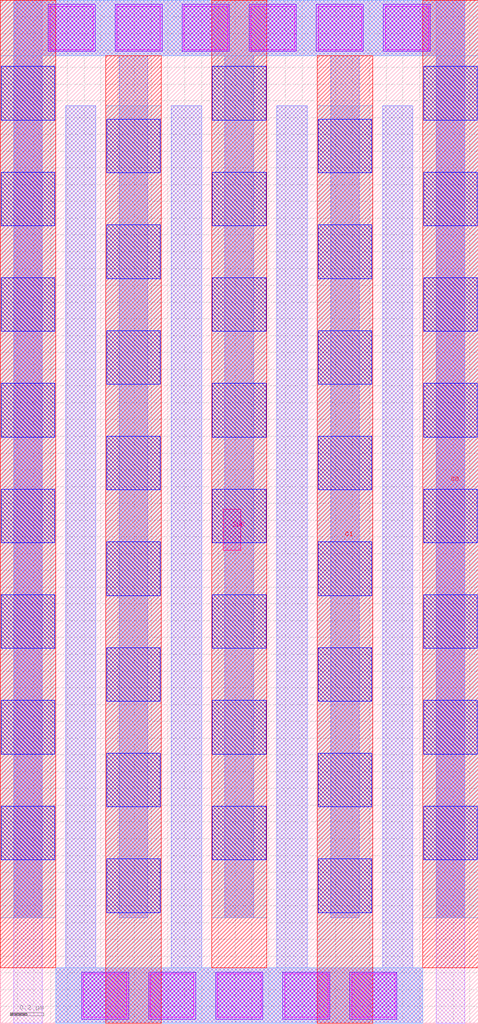
<source format=lef>
# Copyright 2020 The SkyWater PDK Authors
#
# Licensed under the Apache License, Version 2.0 (the "License");
# you may not use this file except in compliance with the License.
# You may obtain a copy of the License at
#
#     https://www.apache.org/licenses/LICENSE-2.0
#
# Unless required by applicable law or agreed to in writing, software
# distributed under the License is distributed on an "AS IS" BASIS,
# WITHOUT WARRANTIES OR CONDITIONS OF ANY KIND, either express or implied.
# See the License for the specific language governing permissions and
# limitations under the License.
#
# SPDX-License-Identifier: Apache-2.0

VERSION 5.7 ;
  NOWIREEXTENSIONATPIN ON ;
  DIVIDERCHAR "/" ;
  BUSBITCHARS "[]" ;
MACRO sky130_fd_pr__cap_vpp_02p9x06p1_m1m2m3m4_shieldl1_fingercap2
  CLASS BLOCK ;
  FOREIGN sky130_fd_pr__cap_vpp_02p9x06p1_m1m2m3m4_shieldl1_fingercap2 ;
  ORIGIN  0.000000  0.000000 ;
  SIZE  2.850000 BY  6.100000 ;
  PIN C0
    PORT
      LAYER met4 ;
        RECT 0.000000 0.330000 0.330000 6.100000 ;
        RECT 1.260000 0.330000 1.590000 6.100000 ;
        RECT 2.520000 0.330000 2.850000 6.100000 ;
    END
  END C0
  PIN C1
    PORT
      LAYER met4 ;
        RECT 0.630000 0.000000 0.960000 5.770000 ;
        RECT 1.890000 0.000000 2.220000 5.770000 ;
    END
  END C1
  PIN SUB
    PORT
      LAYER pwell ;
        RECT 1.330000 2.820000 1.435000 3.065000 ;
    END
  END SUB
  OBS
    LAYER li1 ;
      RECT 0.080000 0.000000 0.250000 6.100000 ;
      RECT 2.600000 0.000000 2.770000 6.100000 ;
    LAYER met1 ;
      RECT 0.080000 0.630000 0.250000 5.770000 ;
      RECT 0.080000 5.770000 2.770000 6.100000 ;
      RECT 0.330000 0.000000 2.520000 0.330000 ;
      RECT 0.390000 0.330000 0.570000 5.470000 ;
      RECT 0.710000 0.630000 0.880000 5.770000 ;
      RECT 1.020000 0.330000 1.200000 5.470000 ;
      RECT 1.340000 0.630000 1.510000 5.770000 ;
      RECT 1.650000 0.330000 1.830000 5.470000 ;
      RECT 1.970000 0.630000 2.140000 5.770000 ;
      RECT 2.280000 0.330000 2.460000 5.470000 ;
      RECT 2.600000 0.630000 2.770000 5.770000 ;
    LAYER met2 ;
      RECT 0.080000 0.630000 0.250000 5.770000 ;
      RECT 0.080000 5.770000 2.770000 6.100000 ;
      RECT 0.330000 0.000000 2.520000 0.330000 ;
      RECT 0.390000 0.330000 0.570000 5.470000 ;
      RECT 0.710000 0.630000 0.880000 5.770000 ;
      RECT 1.020000 0.330000 1.200000 5.470000 ;
      RECT 1.340000 0.630000 1.510000 5.770000 ;
      RECT 1.650000 0.330000 1.830000 5.470000 ;
      RECT 1.970000 0.630000 2.140000 5.770000 ;
      RECT 2.280000 0.330000 2.460000 5.470000 ;
      RECT 2.600000 0.630000 2.770000 5.770000 ;
    LAYER met3 ;
      RECT 0.000000 0.630000 0.330000 5.770000 ;
      RECT 0.000000 5.770000 2.850000 6.100000 ;
      RECT 0.330000 0.000000 2.520000 0.330000 ;
      RECT 0.630000 0.330000 0.960000 5.470000 ;
      RECT 1.260000 0.630000 1.590000 5.770000 ;
      RECT 1.890000 0.330000 2.220000 5.470000 ;
      RECT 2.520000 0.630000 2.850000 5.770000 ;
    LAYER via ;
      RECT 0.295000 5.805000 0.555000 6.065000 ;
      RECT 0.495000 0.035000 0.755000 0.295000 ;
      RECT 0.695000 5.805000 0.955000 6.065000 ;
      RECT 0.895000 0.035000 1.155000 0.295000 ;
      RECT 1.095000 5.805000 1.355000 6.065000 ;
      RECT 1.295000 0.035000 1.555000 0.295000 ;
      RECT 1.495000 5.805000 1.755000 6.065000 ;
      RECT 1.695000 0.035000 1.955000 0.295000 ;
      RECT 1.895000 5.805000 2.155000 6.065000 ;
      RECT 2.095000 0.035000 2.355000 0.295000 ;
      RECT 2.295000 5.805000 2.555000 6.065000 ;
    LAYER via2 ;
      RECT 0.285000 5.795000 0.565000 6.075000 ;
      RECT 0.485000 0.025000 0.765000 0.305000 ;
      RECT 0.685000 5.795000 0.965000 6.075000 ;
      RECT 0.885000 0.025000 1.165000 0.305000 ;
      RECT 1.085000 5.795000 1.365000 6.075000 ;
      RECT 1.285000 0.025000 1.565000 0.305000 ;
      RECT 1.485000 5.795000 1.765000 6.075000 ;
      RECT 1.685000 0.025000 1.965000 0.305000 ;
      RECT 1.885000 5.795000 2.165000 6.075000 ;
      RECT 2.085000 0.025000 2.365000 0.305000 ;
      RECT 2.285000 5.795000 2.565000 6.075000 ;
    LAYER via3 ;
      RECT 0.005000 0.975000 0.325000 1.295000 ;
      RECT 0.005000 1.605000 0.325000 1.925000 ;
      RECT 0.005000 2.235000 0.325000 2.555000 ;
      RECT 0.005000 2.865000 0.325000 3.185000 ;
      RECT 0.005000 3.495000 0.325000 3.815000 ;
      RECT 0.005000 4.125000 0.325000 4.445000 ;
      RECT 0.005000 4.755000 0.325000 5.075000 ;
      RECT 0.005000 5.385000 0.325000 5.705000 ;
      RECT 0.635000 0.660000 0.955000 0.980000 ;
      RECT 0.635000 1.290000 0.955000 1.610000 ;
      RECT 0.635000 1.920000 0.955000 2.240000 ;
      RECT 0.635000 2.550000 0.955000 2.870000 ;
      RECT 0.635000 3.180000 0.955000 3.500000 ;
      RECT 0.635000 3.810000 0.955000 4.130000 ;
      RECT 0.635000 4.440000 0.955000 4.760000 ;
      RECT 0.635000 5.070000 0.955000 5.390000 ;
      RECT 1.265000 0.975000 1.585000 1.295000 ;
      RECT 1.265000 1.605000 1.585000 1.925000 ;
      RECT 1.265000 2.235000 1.585000 2.555000 ;
      RECT 1.265000 2.865000 1.585000 3.185000 ;
      RECT 1.265000 3.495000 1.585000 3.815000 ;
      RECT 1.265000 4.125000 1.585000 4.445000 ;
      RECT 1.265000 4.755000 1.585000 5.075000 ;
      RECT 1.265000 5.385000 1.585000 5.705000 ;
      RECT 1.895000 0.660000 2.215000 0.980000 ;
      RECT 1.895000 1.290000 2.215000 1.610000 ;
      RECT 1.895000 1.920000 2.215000 2.240000 ;
      RECT 1.895000 2.550000 2.215000 2.870000 ;
      RECT 1.895000 3.180000 2.215000 3.500000 ;
      RECT 1.895000 3.810000 2.215000 4.130000 ;
      RECT 1.895000 4.440000 2.215000 4.760000 ;
      RECT 1.895000 5.070000 2.215000 5.390000 ;
      RECT 2.525000 0.975000 2.845000 1.295000 ;
      RECT 2.525000 1.605000 2.845000 1.925000 ;
      RECT 2.525000 2.235000 2.845000 2.555000 ;
      RECT 2.525000 2.865000 2.845000 3.185000 ;
      RECT 2.525000 3.495000 2.845000 3.815000 ;
      RECT 2.525000 4.125000 2.845000 4.445000 ;
      RECT 2.525000 4.755000 2.845000 5.075000 ;
      RECT 2.525000 5.385000 2.845000 5.705000 ;
  END
END sky130_fd_pr__cap_vpp_02p9x06p1_m1m2m3m4_shieldl1_fingercap2
END LIBRARY

</source>
